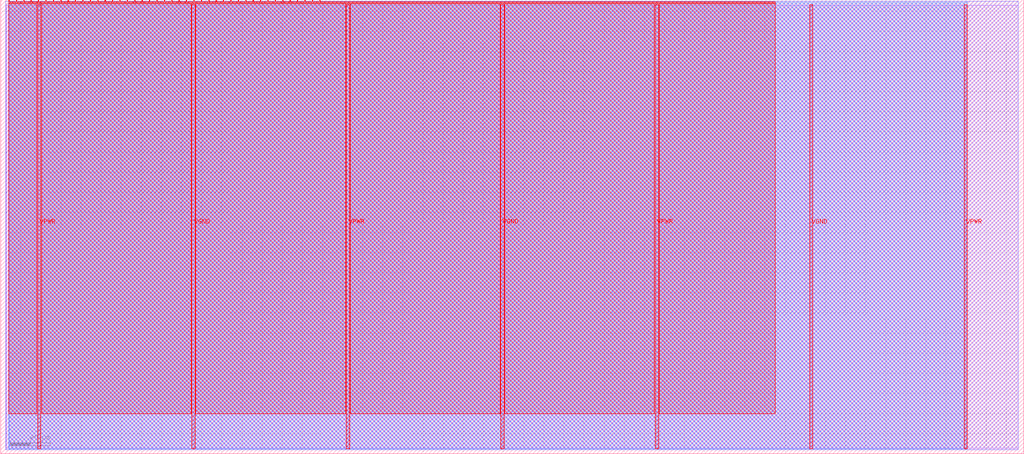
<source format=lef>
VERSION 5.7 ;
  NOWIREEXTENSIONATPIN ON ;
  DIVIDERCHAR "/" ;
  BUSBITCHARS "[]" ;
MACRO tt_um_SJ
  CLASS BLOCK ;
  FOREIGN tt_um_SJ ;
  ORIGIN 0.000 0.000 ;
  SIZE 508.760 BY 225.760 ;
  PIN VGND
    DIRECTION INOUT ;
    USE GROUND ;
    PORT
      LAYER met4 ;
        RECT 95.080 2.480 96.680 223.280 ;
    END
    PORT
      LAYER met4 ;
        RECT 248.680 2.480 250.280 223.280 ;
    END
    PORT
      LAYER met4 ;
        RECT 402.280 2.480 403.880 223.280 ;
    END
  END VGND
  PIN VPWR
    DIRECTION INOUT ;
    USE POWER ;
    PORT
      LAYER met4 ;
        RECT 18.280 2.480 19.880 223.280 ;
    END
    PORT
      LAYER met4 ;
        RECT 171.880 2.480 173.480 223.280 ;
    END
    PORT
      LAYER met4 ;
        RECT 325.480 2.480 327.080 223.280 ;
    END
    PORT
      LAYER met4 ;
        RECT 479.080 2.480 480.680 223.280 ;
    END
  END VPWR
  PIN clk
    DIRECTION INPUT ;
    USE SIGNAL ;
    ANTENNAGATEAREA 0.852000 ;
    PORT
      LAYER met4 ;
        RECT 154.870 224.760 155.170 225.760 ;
    END
  END clk
  PIN ena
    DIRECTION INPUT ;
    USE SIGNAL ;
    PORT
      LAYER met4 ;
        RECT 158.550 224.760 158.850 225.760 ;
    END
  END ena
  PIN rst_n
    DIRECTION INPUT ;
    USE SIGNAL ;
    ANTENNAGATEAREA 0.196500 ;
    PORT
      LAYER met4 ;
        RECT 151.190 224.760 151.490 225.760 ;
    END
  END rst_n
  PIN ui_in[0]
    DIRECTION INPUT ;
    USE SIGNAL ;
    ANTENNAGATEAREA 0.159000 ;
    PORT
      LAYER met4 ;
        RECT 147.510 224.760 147.810 225.760 ;
    END
  END ui_in[0]
  PIN ui_in[1]
    DIRECTION INPUT ;
    USE SIGNAL ;
    ANTENNAGATEAREA 0.213000 ;
    PORT
      LAYER met4 ;
        RECT 143.830 224.760 144.130 225.760 ;
    END
  END ui_in[1]
  PIN ui_in[2]
    DIRECTION INPUT ;
    USE SIGNAL ;
    ANTENNAGATEAREA 0.213000 ;
    PORT
      LAYER met4 ;
        RECT 140.150 224.760 140.450 225.760 ;
    END
  END ui_in[2]
  PIN ui_in[3]
    DIRECTION INPUT ;
    USE SIGNAL ;
    ANTENNAGATEAREA 0.213000 ;
    PORT
      LAYER met4 ;
        RECT 136.470 224.760 136.770 225.760 ;
    END
  END ui_in[3]
  PIN ui_in[4]
    DIRECTION INPUT ;
    USE SIGNAL ;
    ANTENNAGATEAREA 0.126000 ;
    PORT
      LAYER met4 ;
        RECT 132.790 224.760 133.090 225.760 ;
    END
  END ui_in[4]
  PIN ui_in[5]
    DIRECTION INPUT ;
    USE SIGNAL ;
    ANTENNAGATEAREA 0.213000 ;
    PORT
      LAYER met4 ;
        RECT 129.110 224.760 129.410 225.760 ;
    END
  END ui_in[5]
  PIN ui_in[6]
    DIRECTION INPUT ;
    USE SIGNAL ;
    ANTENNAGATEAREA 0.213000 ;
    PORT
      LAYER met4 ;
        RECT 125.430 224.760 125.730 225.760 ;
    END
  END ui_in[6]
  PIN ui_in[7]
    DIRECTION INPUT ;
    USE SIGNAL ;
    ANTENNAGATEAREA 0.247500 ;
    PORT
      LAYER met4 ;
        RECT 121.750 224.760 122.050 225.760 ;
    END
  END ui_in[7]
  PIN uio_in[0]
    DIRECTION INPUT ;
    USE SIGNAL ;
    ANTENNAGATEAREA 0.213000 ;
    PORT
      LAYER met4 ;
        RECT 118.070 224.760 118.370 225.760 ;
    END
  END uio_in[0]
  PIN uio_in[1]
    DIRECTION INPUT ;
    USE SIGNAL ;
    ANTENNAGATEAREA 0.213000 ;
    PORT
      LAYER met4 ;
        RECT 114.390 224.760 114.690 225.760 ;
    END
  END uio_in[1]
  PIN uio_in[2]
    DIRECTION INPUT ;
    USE SIGNAL ;
    ANTENNAGATEAREA 0.159000 ;
    PORT
      LAYER met4 ;
        RECT 110.710 224.760 111.010 225.760 ;
    END
  END uio_in[2]
  PIN uio_in[3]
    DIRECTION INPUT ;
    USE SIGNAL ;
    ANTENNAGATEAREA 0.159000 ;
    PORT
      LAYER met4 ;
        RECT 107.030 224.760 107.330 225.760 ;
    END
  END uio_in[3]
  PIN uio_in[4]
    DIRECTION INPUT ;
    USE SIGNAL ;
    ANTENNAGATEAREA 0.159000 ;
    PORT
      LAYER met4 ;
        RECT 103.350 224.760 103.650 225.760 ;
    END
  END uio_in[4]
  PIN uio_in[5]
    DIRECTION INPUT ;
    USE SIGNAL ;
    ANTENNAGATEAREA 0.159000 ;
    PORT
      LAYER met4 ;
        RECT 99.670 224.760 99.970 225.760 ;
    END
  END uio_in[5]
  PIN uio_in[6]
    DIRECTION INPUT ;
    USE SIGNAL ;
    ANTENNAGATEAREA 0.213000 ;
    PORT
      LAYER met4 ;
        RECT 95.990 224.760 96.290 225.760 ;
    END
  END uio_in[6]
  PIN uio_in[7]
    DIRECTION INPUT ;
    USE SIGNAL ;
    ANTENNAGATEAREA 0.196500 ;
    PORT
      LAYER met4 ;
        RECT 92.310 224.760 92.610 225.760 ;
    END
  END uio_in[7]
  PIN uio_oe[0]
    DIRECTION OUTPUT TRISTATE ;
    USE SIGNAL ;
    PORT
      LAYER met4 ;
        RECT 29.750 224.760 30.050 225.760 ;
    END
  END uio_oe[0]
  PIN uio_oe[1]
    DIRECTION OUTPUT TRISTATE ;
    USE SIGNAL ;
    PORT
      LAYER met4 ;
        RECT 26.070 224.760 26.370 225.760 ;
    END
  END uio_oe[1]
  PIN uio_oe[2]
    DIRECTION OUTPUT TRISTATE ;
    USE SIGNAL ;
    PORT
      LAYER met4 ;
        RECT 22.390 224.760 22.690 225.760 ;
    END
  END uio_oe[2]
  PIN uio_oe[3]
    DIRECTION OUTPUT TRISTATE ;
    USE SIGNAL ;
    PORT
      LAYER met4 ;
        RECT 18.710 224.760 19.010 225.760 ;
    END
  END uio_oe[3]
  PIN uio_oe[4]
    DIRECTION OUTPUT TRISTATE ;
    USE SIGNAL ;
    PORT
      LAYER met4 ;
        RECT 15.030 224.760 15.330 225.760 ;
    END
  END uio_oe[4]
  PIN uio_oe[5]
    DIRECTION OUTPUT TRISTATE ;
    USE SIGNAL ;
    PORT
      LAYER met4 ;
        RECT 11.350 224.760 11.650 225.760 ;
    END
  END uio_oe[5]
  PIN uio_oe[6]
    DIRECTION OUTPUT TRISTATE ;
    USE SIGNAL ;
    PORT
      LAYER met4 ;
        RECT 7.670 224.760 7.970 225.760 ;
    END
  END uio_oe[6]
  PIN uio_oe[7]
    DIRECTION OUTPUT TRISTATE ;
    USE SIGNAL ;
    PORT
      LAYER met4 ;
        RECT 3.990 224.760 4.290 225.760 ;
    END
  END uio_oe[7]
  PIN uio_out[0]
    DIRECTION OUTPUT TRISTATE ;
    USE SIGNAL ;
    PORT
      LAYER met4 ;
        RECT 59.190 224.760 59.490 225.760 ;
    END
  END uio_out[0]
  PIN uio_out[1]
    DIRECTION OUTPUT TRISTATE ;
    USE SIGNAL ;
    PORT
      LAYER met4 ;
        RECT 55.510 224.760 55.810 225.760 ;
    END
  END uio_out[1]
  PIN uio_out[2]
    DIRECTION OUTPUT TRISTATE ;
    USE SIGNAL ;
    PORT
      LAYER met4 ;
        RECT 51.830 224.760 52.130 225.760 ;
    END
  END uio_out[2]
  PIN uio_out[3]
    DIRECTION OUTPUT TRISTATE ;
    USE SIGNAL ;
    PORT
      LAYER met4 ;
        RECT 48.150 224.760 48.450 225.760 ;
    END
  END uio_out[3]
  PIN uio_out[4]
    DIRECTION OUTPUT TRISTATE ;
    USE SIGNAL ;
    PORT
      LAYER met4 ;
        RECT 44.470 224.760 44.770 225.760 ;
    END
  END uio_out[4]
  PIN uio_out[5]
    DIRECTION OUTPUT TRISTATE ;
    USE SIGNAL ;
    PORT
      LAYER met4 ;
        RECT 40.790 224.760 41.090 225.760 ;
    END
  END uio_out[5]
  PIN uio_out[6]
    DIRECTION OUTPUT TRISTATE ;
    USE SIGNAL ;
    PORT
      LAYER met4 ;
        RECT 37.110 224.760 37.410 225.760 ;
    END
  END uio_out[6]
  PIN uio_out[7]
    DIRECTION OUTPUT TRISTATE ;
    USE SIGNAL ;
    PORT
      LAYER met4 ;
        RECT 33.430 224.760 33.730 225.760 ;
    END
  END uio_out[7]
  PIN uo_out[0]
    DIRECTION OUTPUT TRISTATE ;
    USE SIGNAL ;
    ANTENNADIFFAREA 1.288000 ;
    PORT
      LAYER met4 ;
        RECT 88.630 224.760 88.930 225.760 ;
    END
  END uo_out[0]
  PIN uo_out[1]
    DIRECTION OUTPUT TRISTATE ;
    USE SIGNAL ;
    ANTENNADIFFAREA 1.288000 ;
    PORT
      LAYER met4 ;
        RECT 84.950 224.760 85.250 225.760 ;
    END
  END uo_out[1]
  PIN uo_out[2]
    DIRECTION OUTPUT TRISTATE ;
    USE SIGNAL ;
    ANTENNADIFFAREA 1.288000 ;
    PORT
      LAYER met4 ;
        RECT 81.270 224.760 81.570 225.760 ;
    END
  END uo_out[2]
  PIN uo_out[3]
    DIRECTION OUTPUT TRISTATE ;
    USE SIGNAL ;
    ANTENNADIFFAREA 1.288000 ;
    PORT
      LAYER met4 ;
        RECT 77.590 224.760 77.890 225.760 ;
    END
  END uo_out[3]
  PIN uo_out[4]
    DIRECTION OUTPUT TRISTATE ;
    USE SIGNAL ;
    ANTENNADIFFAREA 1.288000 ;
    PORT
      LAYER met4 ;
        RECT 73.910 224.760 74.210 225.760 ;
    END
  END uo_out[4]
  PIN uo_out[5]
    DIRECTION OUTPUT TRISTATE ;
    USE SIGNAL ;
    ANTENNADIFFAREA 1.288000 ;
    PORT
      LAYER met4 ;
        RECT 70.230 224.760 70.530 225.760 ;
    END
  END uo_out[5]
  PIN uo_out[6]
    DIRECTION OUTPUT TRISTATE ;
    USE SIGNAL ;
    ANTENNADIFFAREA 1.288000 ;
    PORT
      LAYER met4 ;
        RECT 66.550 224.760 66.850 225.760 ;
    END
  END uo_out[6]
  PIN uo_out[7]
    DIRECTION OUTPUT TRISTATE ;
    USE SIGNAL ;
    ANTENNAGATEAREA 0.990000 ;
    ANTENNADIFFAREA 0.891000 ;
    PORT
      LAYER met4 ;
        RECT 62.870 224.760 63.170 225.760 ;
    END
  END uo_out[7]
  OBS
      LAYER li1 ;
        RECT 2.760 2.635 506.000 223.125 ;
      LAYER met1 ;
        RECT 2.460 2.080 506.000 225.040 ;
      LAYER met2 ;
        RECT 4.230 2.050 480.650 225.070 ;
      LAYER met3 ;
        RECT 3.950 2.555 480.670 224.225 ;
      LAYER met4 ;
        RECT 4.690 224.360 7.270 224.760 ;
        RECT 8.370 224.360 10.950 224.760 ;
        RECT 12.050 224.360 14.630 224.760 ;
        RECT 15.730 224.360 18.310 224.760 ;
        RECT 19.410 224.360 21.990 224.760 ;
        RECT 23.090 224.360 25.670 224.760 ;
        RECT 26.770 224.360 29.350 224.760 ;
        RECT 30.450 224.360 33.030 224.760 ;
        RECT 34.130 224.360 36.710 224.760 ;
        RECT 37.810 224.360 40.390 224.760 ;
        RECT 41.490 224.360 44.070 224.760 ;
        RECT 45.170 224.360 47.750 224.760 ;
        RECT 48.850 224.360 51.430 224.760 ;
        RECT 52.530 224.360 55.110 224.760 ;
        RECT 56.210 224.360 58.790 224.760 ;
        RECT 59.890 224.360 62.470 224.760 ;
        RECT 63.570 224.360 66.150 224.760 ;
        RECT 67.250 224.360 69.830 224.760 ;
        RECT 70.930 224.360 73.510 224.760 ;
        RECT 74.610 224.360 77.190 224.760 ;
        RECT 78.290 224.360 80.870 224.760 ;
        RECT 81.970 224.360 84.550 224.760 ;
        RECT 85.650 224.360 88.230 224.760 ;
        RECT 89.330 224.360 91.910 224.760 ;
        RECT 93.010 224.360 95.590 224.760 ;
        RECT 96.690 224.360 99.270 224.760 ;
        RECT 100.370 224.360 102.950 224.760 ;
        RECT 104.050 224.360 106.630 224.760 ;
        RECT 107.730 224.360 110.310 224.760 ;
        RECT 111.410 224.360 113.990 224.760 ;
        RECT 115.090 224.360 117.670 224.760 ;
        RECT 118.770 224.360 121.350 224.760 ;
        RECT 122.450 224.360 125.030 224.760 ;
        RECT 126.130 224.360 128.710 224.760 ;
        RECT 129.810 224.360 132.390 224.760 ;
        RECT 133.490 224.360 136.070 224.760 ;
        RECT 137.170 224.360 139.750 224.760 ;
        RECT 140.850 224.360 143.430 224.760 ;
        RECT 144.530 224.360 147.110 224.760 ;
        RECT 148.210 224.360 150.790 224.760 ;
        RECT 151.890 224.360 154.470 224.760 ;
        RECT 155.570 224.360 158.150 224.760 ;
        RECT 159.250 224.360 385.185 224.760 ;
        RECT 3.975 223.680 385.185 224.360 ;
        RECT 3.975 19.895 17.880 223.680 ;
        RECT 20.280 19.895 94.680 223.680 ;
        RECT 97.080 19.895 171.480 223.680 ;
        RECT 173.880 19.895 248.280 223.680 ;
        RECT 250.680 19.895 325.080 223.680 ;
        RECT 327.480 19.895 385.185 223.680 ;
  END
END tt_um_SJ
END LIBRARY


</source>
